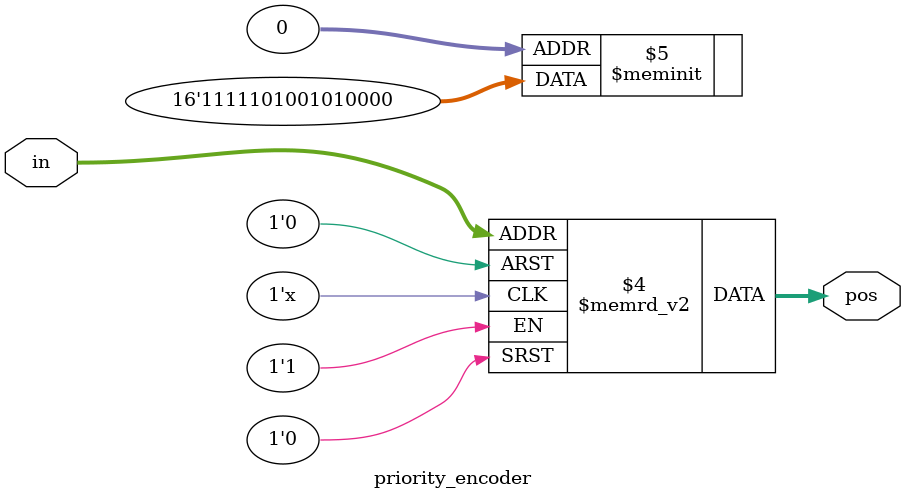
<source format=v>
module priority_encoder( 
input [2:0] in,
output reg [1:0] pos ); 
// When sel=1, assign b to out
always @* begin
	casex(in)
	3'b000: pos = 2'd0; 
	3'b001: pos = 2'd0; 
	3'b010: pos = 2'd1; 
	3'b011: pos = 2'd1; 
	3'b100: pos = 2'd2; 
	3'b101: pos = 2'd2; 
	3'b110: pos = 2'd3; 
	3'b111: pos = 2'd3; 
	endcase 
	//endif
end
endmodule

</source>
